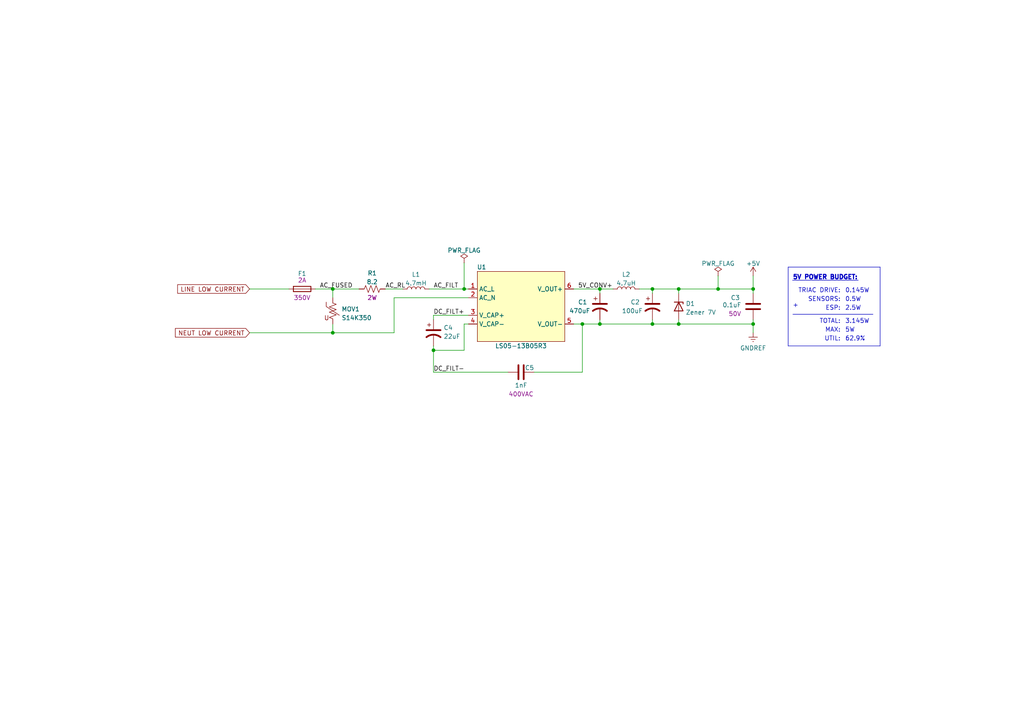
<source format=kicad_sch>
(kicad_sch (version 20211123) (generator eeschema)

  (uuid 9e12aa45-f15b-4c29-be3e-fcc92d0c89a6)

  (paper "A4")

  (title_block
    (title "Pool Pump Controller")
    (date "3/9/2022")
    (rev "1.0")
    (company "Jedd Electrical and Digital Designs")
  )

  (lib_symbols
    (symbol "Device:C" (pin_numbers hide) (pin_names (offset 0.254)) (in_bom yes) (on_board yes)
      (property "Reference" "C" (id 0) (at 0.635 2.54 0)
        (effects (font (size 1.27 1.27)) (justify left))
      )
      (property "Value" "C" (id 1) (at 0.635 -2.54 0)
        (effects (font (size 1.27 1.27)) (justify left))
      )
      (property "Footprint" "" (id 2) (at 0.9652 -3.81 0)
        (effects (font (size 1.27 1.27)) hide)
      )
      (property "Datasheet" "~" (id 3) (at 0 0 0)
        (effects (font (size 1.27 1.27)) hide)
      )
      (property "ki_keywords" "cap capacitor" (id 4) (at 0 0 0)
        (effects (font (size 1.27 1.27)) hide)
      )
      (property "ki_description" "Unpolarized capacitor" (id 5) (at 0 0 0)
        (effects (font (size 1.27 1.27)) hide)
      )
      (property "ki_fp_filters" "C_*" (id 6) (at 0 0 0)
        (effects (font (size 1.27 1.27)) hide)
      )
      (symbol "C_0_1"
        (polyline
          (pts
            (xy -2.032 -0.762)
            (xy 2.032 -0.762)
          )
          (stroke (width 0.508) (type default) (color 0 0 0 0))
          (fill (type none))
        )
        (polyline
          (pts
            (xy -2.032 0.762)
            (xy 2.032 0.762)
          )
          (stroke (width 0.508) (type default) (color 0 0 0 0))
          (fill (type none))
        )
      )
      (symbol "C_1_1"
        (pin passive line (at 0 3.81 270) (length 2.794)
          (name "~" (effects (font (size 1.27 1.27))))
          (number "1" (effects (font (size 1.27 1.27))))
        )
        (pin passive line (at 0 -3.81 90) (length 2.794)
          (name "~" (effects (font (size 1.27 1.27))))
          (number "2" (effects (font (size 1.27 1.27))))
        )
      )
    )
    (symbol "Device:C_Polarized_US" (pin_numbers hide) (pin_names (offset 0.254) hide) (in_bom yes) (on_board yes)
      (property "Reference" "C" (id 0) (at 0.635 2.54 0)
        (effects (font (size 1.27 1.27)) (justify left))
      )
      (property "Value" "C_Polarized_US" (id 1) (at 0.635 -2.54 0)
        (effects (font (size 1.27 1.27)) (justify left))
      )
      (property "Footprint" "" (id 2) (at 0 0 0)
        (effects (font (size 1.27 1.27)) hide)
      )
      (property "Datasheet" "~" (id 3) (at 0 0 0)
        (effects (font (size 1.27 1.27)) hide)
      )
      (property "ki_keywords" "cap capacitor" (id 4) (at 0 0 0)
        (effects (font (size 1.27 1.27)) hide)
      )
      (property "ki_description" "Polarized capacitor, US symbol" (id 5) (at 0 0 0)
        (effects (font (size 1.27 1.27)) hide)
      )
      (property "ki_fp_filters" "CP_*" (id 6) (at 0 0 0)
        (effects (font (size 1.27 1.27)) hide)
      )
      (symbol "C_Polarized_US_0_1"
        (polyline
          (pts
            (xy -2.032 0.762)
            (xy 2.032 0.762)
          )
          (stroke (width 0.508) (type default) (color 0 0 0 0))
          (fill (type none))
        )
        (polyline
          (pts
            (xy -1.778 2.286)
            (xy -0.762 2.286)
          )
          (stroke (width 0) (type default) (color 0 0 0 0))
          (fill (type none))
        )
        (polyline
          (pts
            (xy -1.27 1.778)
            (xy -1.27 2.794)
          )
          (stroke (width 0) (type default) (color 0 0 0 0))
          (fill (type none))
        )
        (arc (start 2.032 -1.27) (mid 0 -0.5572) (end -2.032 -1.27)
          (stroke (width 0.508) (type default) (color 0 0 0 0))
          (fill (type none))
        )
      )
      (symbol "C_Polarized_US_1_1"
        (pin passive line (at 0 3.81 270) (length 2.794)
          (name "~" (effects (font (size 1.27 1.27))))
          (number "1" (effects (font (size 1.27 1.27))))
        )
        (pin passive line (at 0 -3.81 90) (length 3.302)
          (name "~" (effects (font (size 1.27 1.27))))
          (number "2" (effects (font (size 1.27 1.27))))
        )
      )
    )
    (symbol "Device:D_Zener" (pin_numbers hide) (pin_names (offset 1.016) hide) (in_bom yes) (on_board yes)
      (property "Reference" "D" (id 0) (at 0 2.54 0)
        (effects (font (size 1.27 1.27)))
      )
      (property "Value" "D_Zener" (id 1) (at 0 -2.54 0)
        (effects (font (size 1.27 1.27)))
      )
      (property "Footprint" "" (id 2) (at 0 0 0)
        (effects (font (size 1.27 1.27)) hide)
      )
      (property "Datasheet" "~" (id 3) (at 0 0 0)
        (effects (font (size 1.27 1.27)) hide)
      )
      (property "ki_keywords" "diode" (id 4) (at 0 0 0)
        (effects (font (size 1.27 1.27)) hide)
      )
      (property "ki_description" "Zener diode" (id 5) (at 0 0 0)
        (effects (font (size 1.27 1.27)) hide)
      )
      (property "ki_fp_filters" "TO-???* *_Diode_* *SingleDiode* D_*" (id 6) (at 0 0 0)
        (effects (font (size 1.27 1.27)) hide)
      )
      (symbol "D_Zener_0_1"
        (polyline
          (pts
            (xy 1.27 0)
            (xy -1.27 0)
          )
          (stroke (width 0) (type default) (color 0 0 0 0))
          (fill (type none))
        )
        (polyline
          (pts
            (xy -1.27 -1.27)
            (xy -1.27 1.27)
            (xy -0.762 1.27)
          )
          (stroke (width 0.254) (type default) (color 0 0 0 0))
          (fill (type none))
        )
        (polyline
          (pts
            (xy 1.27 -1.27)
            (xy 1.27 1.27)
            (xy -1.27 0)
            (xy 1.27 -1.27)
          )
          (stroke (width 0.254) (type default) (color 0 0 0 0))
          (fill (type none))
        )
      )
      (symbol "D_Zener_1_1"
        (pin passive line (at -3.81 0 0) (length 2.54)
          (name "K" (effects (font (size 1.27 1.27))))
          (number "1" (effects (font (size 1.27 1.27))))
        )
        (pin passive line (at 3.81 0 180) (length 2.54)
          (name "A" (effects (font (size 1.27 1.27))))
          (number "2" (effects (font (size 1.27 1.27))))
        )
      )
    )
    (symbol "Device:Fuse" (pin_numbers hide) (pin_names (offset 0)) (in_bom yes) (on_board yes)
      (property "Reference" "F" (id 0) (at 2.032 0 90)
        (effects (font (size 1.27 1.27)))
      )
      (property "Value" "Fuse" (id 1) (at -1.905 0 90)
        (effects (font (size 1.27 1.27)))
      )
      (property "Footprint" "" (id 2) (at -1.778 0 90)
        (effects (font (size 1.27 1.27)) hide)
      )
      (property "Datasheet" "~" (id 3) (at 0 0 0)
        (effects (font (size 1.27 1.27)) hide)
      )
      (property "ki_keywords" "fuse" (id 4) (at 0 0 0)
        (effects (font (size 1.27 1.27)) hide)
      )
      (property "ki_description" "Fuse" (id 5) (at 0 0 0)
        (effects (font (size 1.27 1.27)) hide)
      )
      (property "ki_fp_filters" "*Fuse*" (id 6) (at 0 0 0)
        (effects (font (size 1.27 1.27)) hide)
      )
      (symbol "Fuse_0_1"
        (rectangle (start -0.762 -2.54) (end 0.762 2.54)
          (stroke (width 0.254) (type default) (color 0 0 0 0))
          (fill (type none))
        )
        (polyline
          (pts
            (xy 0 2.54)
            (xy 0 -2.54)
          )
          (stroke (width 0) (type default) (color 0 0 0 0))
          (fill (type none))
        )
      )
      (symbol "Fuse_1_1"
        (pin passive line (at 0 3.81 270) (length 1.27)
          (name "~" (effects (font (size 1.27 1.27))))
          (number "1" (effects (font (size 1.27 1.27))))
        )
        (pin passive line (at 0 -3.81 90) (length 1.27)
          (name "~" (effects (font (size 1.27 1.27))))
          (number "2" (effects (font (size 1.27 1.27))))
        )
      )
    )
    (symbol "Device:L" (pin_numbers hide) (pin_names (offset 1.016) hide) (in_bom yes) (on_board yes)
      (property "Reference" "L" (id 0) (at -1.27 0 90)
        (effects (font (size 1.27 1.27)))
      )
      (property "Value" "L" (id 1) (at 1.905 0 90)
        (effects (font (size 1.27 1.27)))
      )
      (property "Footprint" "" (id 2) (at 0 0 0)
        (effects (font (size 1.27 1.27)) hide)
      )
      (property "Datasheet" "~" (id 3) (at 0 0 0)
        (effects (font (size 1.27 1.27)) hide)
      )
      (property "ki_keywords" "inductor choke coil reactor magnetic" (id 4) (at 0 0 0)
        (effects (font (size 1.27 1.27)) hide)
      )
      (property "ki_description" "Inductor" (id 5) (at 0 0 0)
        (effects (font (size 1.27 1.27)) hide)
      )
      (property "ki_fp_filters" "Choke_* *Coil* Inductor_* L_*" (id 6) (at 0 0 0)
        (effects (font (size 1.27 1.27)) hide)
      )
      (symbol "L_0_1"
        (arc (start 0 -2.54) (mid 0.635 -1.905) (end 0 -1.27)
          (stroke (width 0) (type default) (color 0 0 0 0))
          (fill (type none))
        )
        (arc (start 0 -1.27) (mid 0.635 -0.635) (end 0 0)
          (stroke (width 0) (type default) (color 0 0 0 0))
          (fill (type none))
        )
        (arc (start 0 0) (mid 0.635 0.635) (end 0 1.27)
          (stroke (width 0) (type default) (color 0 0 0 0))
          (fill (type none))
        )
        (arc (start 0 1.27) (mid 0.635 1.905) (end 0 2.54)
          (stroke (width 0) (type default) (color 0 0 0 0))
          (fill (type none))
        )
      )
      (symbol "L_1_1"
        (pin passive line (at 0 3.81 270) (length 1.27)
          (name "1" (effects (font (size 1.27 1.27))))
          (number "1" (effects (font (size 1.27 1.27))))
        )
        (pin passive line (at 0 -3.81 90) (length 1.27)
          (name "2" (effects (font (size 1.27 1.27))))
          (number "2" (effects (font (size 1.27 1.27))))
        )
      )
    )
    (symbol "Device:R_US" (pin_numbers hide) (pin_names (offset 0)) (in_bom yes) (on_board yes)
      (property "Reference" "R" (id 0) (at 2.54 0 90)
        (effects (font (size 1.27 1.27)))
      )
      (property "Value" "R_US" (id 1) (at -2.54 0 90)
        (effects (font (size 1.27 1.27)))
      )
      (property "Footprint" "" (id 2) (at 1.016 -0.254 90)
        (effects (font (size 1.27 1.27)) hide)
      )
      (property "Datasheet" "~" (id 3) (at 0 0 0)
        (effects (font (size 1.27 1.27)) hide)
      )
      (property "ki_keywords" "R res resistor" (id 4) (at 0 0 0)
        (effects (font (size 1.27 1.27)) hide)
      )
      (property "ki_description" "Resistor, US symbol" (id 5) (at 0 0 0)
        (effects (font (size 1.27 1.27)) hide)
      )
      (property "ki_fp_filters" "R_*" (id 6) (at 0 0 0)
        (effects (font (size 1.27 1.27)) hide)
      )
      (symbol "R_US_0_1"
        (polyline
          (pts
            (xy 0 -2.286)
            (xy 0 -2.54)
          )
          (stroke (width 0) (type default) (color 0 0 0 0))
          (fill (type none))
        )
        (polyline
          (pts
            (xy 0 2.286)
            (xy 0 2.54)
          )
          (stroke (width 0) (type default) (color 0 0 0 0))
          (fill (type none))
        )
        (polyline
          (pts
            (xy 0 -0.762)
            (xy 1.016 -1.143)
            (xy 0 -1.524)
            (xy -1.016 -1.905)
            (xy 0 -2.286)
          )
          (stroke (width 0) (type default) (color 0 0 0 0))
          (fill (type none))
        )
        (polyline
          (pts
            (xy 0 0.762)
            (xy 1.016 0.381)
            (xy 0 0)
            (xy -1.016 -0.381)
            (xy 0 -0.762)
          )
          (stroke (width 0) (type default) (color 0 0 0 0))
          (fill (type none))
        )
        (polyline
          (pts
            (xy 0 2.286)
            (xy 1.016 1.905)
            (xy 0 1.524)
            (xy -1.016 1.143)
            (xy 0 0.762)
          )
          (stroke (width 0) (type default) (color 0 0 0 0))
          (fill (type none))
        )
      )
      (symbol "R_US_1_1"
        (pin passive line (at 0 3.81 270) (length 1.27)
          (name "~" (effects (font (size 1.27 1.27))))
          (number "1" (effects (font (size 1.27 1.27))))
        )
        (pin passive line (at 0 -3.81 90) (length 1.27)
          (name "~" (effects (font (size 1.27 1.27))))
          (number "2" (effects (font (size 1.27 1.27))))
        )
      )
    )
    (symbol "Device:Varistor_US" (pin_numbers hide) (pin_names (offset 0)) (in_bom yes) (on_board yes)
      (property "Reference" "RV" (id 0) (at 3.175 0 90)
        (effects (font (size 1.27 1.27)))
      )
      (property "Value" "Varistor_US" (id 1) (at -3.175 0 90)
        (effects (font (size 1.27 1.27)))
      )
      (property "Footprint" "" (id 2) (at -1.778 0 90)
        (effects (font (size 1.27 1.27)) hide)
      )
      (property "Datasheet" "~" (id 3) (at 0 0 0)
        (effects (font (size 1.27 1.27)) hide)
      )
      (property "ki_keywords" "VDR resistance" (id 4) (at 0 0 0)
        (effects (font (size 1.27 1.27)) hide)
      )
      (property "ki_description" "Voltage dependent resistor, US symbol" (id 5) (at 0 0 0)
        (effects (font (size 1.27 1.27)) hide)
      )
      (property "ki_fp_filters" "RV_* Varistor*" (id 6) (at 0 0 0)
        (effects (font (size 1.27 1.27)) hide)
      )
      (symbol "Varistor_US_0_0"
        (text "U" (at -1.778 -2.032 0)
          (effects (font (size 1.27 1.27)))
        )
      )
      (symbol "Varistor_US_0_1"
        (polyline
          (pts
            (xy 0 -2.286)
            (xy 0 -2.54)
          )
          (stroke (width 0) (type default) (color 0 0 0 0))
          (fill (type none))
        )
        (polyline
          (pts
            (xy 0 2.286)
            (xy 0 2.54)
          )
          (stroke (width 0) (type default) (color 0 0 0 0))
          (fill (type none))
        )
        (polyline
          (pts
            (xy -1.905 2.54)
            (xy -1.905 1.27)
            (xy 1.905 -1.27)
          )
          (stroke (width 0) (type default) (color 0 0 0 0))
          (fill (type none))
        )
        (polyline
          (pts
            (xy 0 -0.762)
            (xy 1.016 -1.143)
            (xy 0 -1.524)
            (xy -1.016 -1.905)
            (xy 0 -2.286)
          )
          (stroke (width 0) (type default) (color 0 0 0 0))
          (fill (type none))
        )
        (polyline
          (pts
            (xy 0 0.762)
            (xy 1.016 0.381)
            (xy 0 0)
            (xy -1.016 -0.381)
            (xy 0 -0.762)
          )
          (stroke (width 0) (type default) (color 0 0 0 0))
          (fill (type none))
        )
        (polyline
          (pts
            (xy 0 2.286)
            (xy 1.016 1.905)
            (xy 0 1.524)
            (xy -1.016 1.143)
            (xy 0 0.762)
          )
          (stroke (width 0) (type default) (color 0 0 0 0))
          (fill (type none))
        )
      )
      (symbol "Varistor_US_1_1"
        (pin passive line (at 0 3.81 270) (length 1.27)
          (name "~" (effects (font (size 1.27 1.27))))
          (number "1" (effects (font (size 1.27 1.27))))
        )
        (pin passive line (at 0 -3.81 90) (length 1.27)
          (name "~" (effects (font (size 1.27 1.27))))
          (number "2" (effects (font (size 1.27 1.27))))
        )
      )
    )
    (symbol "JEDD-symbols:LS05-13B05R3" (in_bom yes) (on_board yes)
      (property "Reference" "U" (id 0) (at -12.7 11.43 0)
        (effects (font (size 1.27 1.27)) (justify left))
      )
      (property "Value" "LS05-13B05R3" (id 1) (at 0 -11.43 0)
        (effects (font (size 1.27 1.27)))
      )
      (property "Footprint" "" (id 2) (at -12.7 10.16 0)
        (effects (font (size 1.27 1.27)) hide)
      )
      (property "Datasheet" "https://www.mornsun-power.com/html/pdf/LS05-13B05R3.html" (id 3) (at 0 -22.86 0)
        (effects (font (size 1.27 1.27)) hide)
      )
      (property "Digikey PN" "2725-LS05-13B05R3-ND" (id 4) (at 0 -25.4 0)
        (effects (font (size 1.27 1.27)) hide)
      )
      (symbol "LS05-13B05R3_0_0"
        (pin power_in line (at -15.24 5.08 0) (length 2.54)
          (name "AC_L" (effects (font (size 1.27 1.27))))
          (number "1" (effects (font (size 1.27 1.27))))
        )
        (pin power_in line (at -15.24 2.54 0) (length 2.54)
          (name "AC_N" (effects (font (size 1.27 1.27))))
          (number "2" (effects (font (size 1.27 1.27))))
        )
        (pin passive line (at -15.24 -2.54 0) (length 2.54)
          (name "V_CAP+" (effects (font (size 1.27 1.27))))
          (number "3" (effects (font (size 1.27 1.27))))
        )
        (pin passive line (at -15.24 -5.08 0) (length 2.54)
          (name "V_CAP-" (effects (font (size 1.27 1.27))))
          (number "4" (effects (font (size 1.27 1.27))))
        )
        (pin power_out line (at 15.24 -5.08 180) (length 2.54)
          (name "V_OUT-" (effects (font (size 1.27 1.27))))
          (number "5" (effects (font (size 1.27 1.27))))
        )
        (pin power_out line (at 15.24 5.08 180) (length 2.54)
          (name "V_OUT+" (effects (font (size 1.27 1.27))))
          (number "6" (effects (font (size 1.27 1.27))))
        )
      )
      (symbol "LS05-13B05R3_0_1"
        (rectangle (start -12.7 10.16) (end 12.7 -10.16)
          (stroke (width 0.1524) (type default) (color 0 0 0 0))
          (fill (type background))
        )
      )
    )
    (symbol "power:+5V" (power) (pin_names (offset 0)) (in_bom yes) (on_board yes)
      (property "Reference" "#PWR" (id 0) (at 0 -3.81 0)
        (effects (font (size 1.27 1.27)) hide)
      )
      (property "Value" "+5V" (id 1) (at 0 3.556 0)
        (effects (font (size 1.27 1.27)))
      )
      (property "Footprint" "" (id 2) (at 0 0 0)
        (effects (font (size 1.27 1.27)) hide)
      )
      (property "Datasheet" "" (id 3) (at 0 0 0)
        (effects (font (size 1.27 1.27)) hide)
      )
      (property "ki_keywords" "power-flag" (id 4) (at 0 0 0)
        (effects (font (size 1.27 1.27)) hide)
      )
      (property "ki_description" "Power symbol creates a global label with name \"+5V\"" (id 5) (at 0 0 0)
        (effects (font (size 1.27 1.27)) hide)
      )
      (symbol "+5V_0_1"
        (polyline
          (pts
            (xy -0.762 1.27)
            (xy 0 2.54)
          )
          (stroke (width 0) (type default) (color 0 0 0 0))
          (fill (type none))
        )
        (polyline
          (pts
            (xy 0 0)
            (xy 0 2.54)
          )
          (stroke (width 0) (type default) (color 0 0 0 0))
          (fill (type none))
        )
        (polyline
          (pts
            (xy 0 2.54)
            (xy 0.762 1.27)
          )
          (stroke (width 0) (type default) (color 0 0 0 0))
          (fill (type none))
        )
      )
      (symbol "+5V_1_1"
        (pin power_in line (at 0 0 90) (length 0) hide
          (name "+5V" (effects (font (size 1.27 1.27))))
          (number "1" (effects (font (size 1.27 1.27))))
        )
      )
    )
    (symbol "power:GNDREF" (power) (pin_names (offset 0)) (in_bom yes) (on_board yes)
      (property "Reference" "#PWR" (id 0) (at 0 -6.35 0)
        (effects (font (size 1.27 1.27)) hide)
      )
      (property "Value" "GNDREF" (id 1) (at 0 -3.81 0)
        (effects (font (size 1.27 1.27)))
      )
      (property "Footprint" "" (id 2) (at 0 0 0)
        (effects (font (size 1.27 1.27)) hide)
      )
      (property "Datasheet" "" (id 3) (at 0 0 0)
        (effects (font (size 1.27 1.27)) hide)
      )
      (property "ki_keywords" "power-flag" (id 4) (at 0 0 0)
        (effects (font (size 1.27 1.27)) hide)
      )
      (property "ki_description" "Power symbol creates a global label with name \"GNDREF\" , reference supply ground" (id 5) (at 0 0 0)
        (effects (font (size 1.27 1.27)) hide)
      )
      (symbol "GNDREF_0_1"
        (polyline
          (pts
            (xy -0.635 -1.905)
            (xy 0.635 -1.905)
          )
          (stroke (width 0) (type default) (color 0 0 0 0))
          (fill (type none))
        )
        (polyline
          (pts
            (xy -0.127 -2.54)
            (xy 0.127 -2.54)
          )
          (stroke (width 0) (type default) (color 0 0 0 0))
          (fill (type none))
        )
        (polyline
          (pts
            (xy 0 -1.27)
            (xy 0 0)
          )
          (stroke (width 0) (type default) (color 0 0 0 0))
          (fill (type none))
        )
        (polyline
          (pts
            (xy 1.27 -1.27)
            (xy -1.27 -1.27)
          )
          (stroke (width 0) (type default) (color 0 0 0 0))
          (fill (type none))
        )
      )
      (symbol "GNDREF_1_1"
        (pin power_in line (at 0 0 270) (length 0) hide
          (name "GNDREF" (effects (font (size 1.27 1.27))))
          (number "1" (effects (font (size 1.27 1.27))))
        )
      )
    )
    (symbol "power:PWR_FLAG" (power) (pin_numbers hide) (pin_names (offset 0) hide) (in_bom yes) (on_board yes)
      (property "Reference" "#FLG" (id 0) (at 0 1.905 0)
        (effects (font (size 1.27 1.27)) hide)
      )
      (property "Value" "PWR_FLAG" (id 1) (at 0 3.81 0)
        (effects (font (size 1.27 1.27)))
      )
      (property "Footprint" "" (id 2) (at 0 0 0)
        (effects (font (size 1.27 1.27)) hide)
      )
      (property "Datasheet" "~" (id 3) (at 0 0 0)
        (effects (font (size 1.27 1.27)) hide)
      )
      (property "ki_keywords" "power-flag" (id 4) (at 0 0 0)
        (effects (font (size 1.27 1.27)) hide)
      )
      (property "ki_description" "Special symbol for telling ERC where power comes from" (id 5) (at 0 0 0)
        (effects (font (size 1.27 1.27)) hide)
      )
      (symbol "PWR_FLAG_0_0"
        (pin power_out line (at 0 0 90) (length 0)
          (name "pwr" (effects (font (size 1.27 1.27))))
          (number "1" (effects (font (size 1.27 1.27))))
        )
      )
      (symbol "PWR_FLAG_0_1"
        (polyline
          (pts
            (xy 0 0)
            (xy 0 1.27)
            (xy -1.016 1.905)
            (xy 0 2.54)
            (xy 1.016 1.905)
            (xy 0 1.27)
          )
          (stroke (width 0) (type default) (color 0 0 0 0))
          (fill (type none))
        )
      )
    )
  )

  (junction (at 189.23 83.82) (diameter 0) (color 0 0 0 0)
    (uuid 1917a6be-9e31-4665-8443-5cf4b75bf61c)
  )
  (junction (at 189.23 93.98) (diameter 0) (color 0 0 0 0)
    (uuid 49907ab9-0e59-4f2c-9360-a9bd477707dd)
  )
  (junction (at 134.62 83.82) (diameter 0) (color 0 0 0 0)
    (uuid 51381c48-31e5-460c-9de5-589cef293eed)
  )
  (junction (at 173.99 93.98) (diameter 0) (color 0 0 0 0)
    (uuid 646050bd-113a-4b31-a2ad-dd783ae4911e)
  )
  (junction (at 196.85 93.98) (diameter 0) (color 0 0 0 0)
    (uuid 71fa30cb-2c2b-41d0-8088-68b6d86c81e8)
  )
  (junction (at 196.85 83.82) (diameter 0) (color 0 0 0 0)
    (uuid 798b81ac-02f5-4fb3-8372-f9b9c7882a4a)
  )
  (junction (at 173.99 83.82) (diameter 0) (color 0 0 0 0)
    (uuid 7c42cc2f-b2ad-4ca6-a53b-c0c4bebfc94e)
  )
  (junction (at 125.73 101.6) (diameter 0) (color 0 0 0 0)
    (uuid c0962747-4488-4b83-ad79-7325c92ad34b)
  )
  (junction (at 218.44 83.82) (diameter 0) (color 0 0 0 0)
    (uuid c76e66e1-2a7d-4590-991c-5ff496a33c12)
  )
  (junction (at 96.52 96.52) (diameter 0) (color 0 0 0 0)
    (uuid d4e58911-9ef0-4855-bb10-bf00f0c3ae7f)
  )
  (junction (at 96.52 83.82) (diameter 0) (color 0 0 0 0)
    (uuid dffff51e-5062-4adc-86a4-52b9cfe1b89d)
  )
  (junction (at 208.28 83.82) (diameter 0) (color 0 0 0 0)
    (uuid ec100d1b-9f32-4386-9945-828a96d460cb)
  )
  (junction (at 218.44 93.98) (diameter 0) (color 0 0 0 0)
    (uuid fef7289c-b9ea-45a6-9986-0b3a66de5798)
  )
  (junction (at 168.91 93.98) (diameter 0) (color 0 0 0 0)
    (uuid ffc6de7e-8dd3-4b5c-8af4-6759187bc532)
  )

  (wire (pts (xy 218.44 93.98) (xy 218.44 96.52))
    (stroke (width 0) (type default) (color 0 0 0 0))
    (uuid 00bf2b40-cce0-4627-af41-dfc9a164af5c)
  )
  (wire (pts (xy 189.23 93.98) (xy 196.85 93.98))
    (stroke (width 0) (type default) (color 0 0 0 0))
    (uuid 0d358abb-029c-41d7-a924-7cff55f1b5ce)
  )
  (wire (pts (xy 125.73 101.6) (xy 125.73 107.95))
    (stroke (width 0) (type default) (color 0 0 0 0))
    (uuid 181c7584-ae32-422d-87fd-661f54103fc3)
  )
  (wire (pts (xy 154.94 107.95) (xy 168.91 107.95))
    (stroke (width 0) (type default) (color 0 0 0 0))
    (uuid 1847b30f-42b0-4c2b-b98a-751f417628ba)
  )
  (wire (pts (xy 125.73 91.44) (xy 125.73 92.71))
    (stroke (width 0) (type default) (color 0 0 0 0))
    (uuid 1919b9d4-4b49-4acf-8e8d-22c25c591ab3)
  )
  (wire (pts (xy 218.44 83.82) (xy 218.44 85.09))
    (stroke (width 0) (type default) (color 0 0 0 0))
    (uuid 19bba2e3-e8a1-480a-aa4c-4857db299e87)
  )
  (wire (pts (xy 72.39 83.82) (xy 83.82 83.82))
    (stroke (width 0) (type default) (color 0 0 0 0))
    (uuid 1efd24b5-a5a1-4385-b6f9-bd7314688dec)
  )
  (wire (pts (xy 134.62 93.98) (xy 134.62 101.6))
    (stroke (width 0) (type default) (color 0 0 0 0))
    (uuid 21eb87c0-263a-477d-927d-4234b09a9056)
  )
  (wire (pts (xy 96.52 83.82) (xy 104.14 83.82))
    (stroke (width 0) (type default) (color 0 0 0 0))
    (uuid 24028a0d-bde5-4ffe-9f08-a32fd022b30d)
  )
  (wire (pts (xy 125.73 107.95) (xy 147.32 107.95))
    (stroke (width 0) (type default) (color 0 0 0 0))
    (uuid 2773f2b0-fcc8-448a-91f4-863282364a3f)
  )
  (wire (pts (xy 114.3 86.36) (xy 114.3 96.52))
    (stroke (width 0) (type default) (color 0 0 0 0))
    (uuid 2a0ecad2-88fd-48ea-bb9c-d9f72ba178df)
  )
  (wire (pts (xy 124.46 83.82) (xy 134.62 83.82))
    (stroke (width 0) (type default) (color 0 0 0 0))
    (uuid 2a405481-a037-4997-a8ea-20a0aaca4782)
  )
  (wire (pts (xy 135.89 86.36) (xy 114.3 86.36))
    (stroke (width 0) (type default) (color 0 0 0 0))
    (uuid 2e0a1f5e-3226-4e1f-9ba1-8e5fa56a47ff)
  )
  (wire (pts (xy 135.89 93.98) (xy 134.62 93.98))
    (stroke (width 0) (type default) (color 0 0 0 0))
    (uuid 2f2c212f-11ff-425e-96c6-ab898f48c347)
  )
  (wire (pts (xy 168.91 107.95) (xy 168.91 93.98))
    (stroke (width 0) (type default) (color 0 0 0 0))
    (uuid 319633ac-15d8-4996-8625-64d7feac1c4a)
  )
  (wire (pts (xy 173.99 93.98) (xy 189.23 93.98))
    (stroke (width 0) (type default) (color 0 0 0 0))
    (uuid 377609d9-fe68-48b0-a5b9-2f2e1acc5b2a)
  )
  (polyline (pts (xy 255.27 100.33) (xy 255.27 77.47))
    (stroke (width 0) (type solid) (color 0 0 0 0))
    (uuid 38c23d8d-de6c-461d-8924-4c05bd422f1b)
  )

  (wire (pts (xy 114.3 96.52) (xy 96.52 96.52))
    (stroke (width 0) (type default) (color 0 0 0 0))
    (uuid 43cc8f52-5346-4583-a50b-42ab545bd302)
  )
  (wire (pts (xy 125.73 100.33) (xy 125.73 101.6))
    (stroke (width 0) (type default) (color 0 0 0 0))
    (uuid 44f4df2a-de4b-4b81-ad10-b3b85e94ea76)
  )
  (wire (pts (xy 173.99 83.82) (xy 173.99 85.09))
    (stroke (width 0) (type default) (color 0 0 0 0))
    (uuid 46aa9dc6-16d5-44c0-b859-fdd4ca92b59f)
  )
  (wire (pts (xy 96.52 93.98) (xy 96.52 96.52))
    (stroke (width 0) (type default) (color 0 0 0 0))
    (uuid 5068ffea-401d-480b-be7d-45dcc507ba42)
  )
  (wire (pts (xy 196.85 92.71) (xy 196.85 93.98))
    (stroke (width 0) (type default) (color 0 0 0 0))
    (uuid 5127211b-8048-44d7-8647-ca9ce0ffc102)
  )
  (wire (pts (xy 196.85 83.82) (xy 208.28 83.82))
    (stroke (width 0) (type default) (color 0 0 0 0))
    (uuid 5a0f8cc1-aa2d-475e-9ea3-90a3f0010e24)
  )
  (wire (pts (xy 111.76 83.82) (xy 116.84 83.82))
    (stroke (width 0) (type default) (color 0 0 0 0))
    (uuid 66ab6a03-f8d2-48d6-ba65-2e0d88a8283e)
  )
  (wire (pts (xy 189.23 92.71) (xy 189.23 93.98))
    (stroke (width 0) (type default) (color 0 0 0 0))
    (uuid 68af23fe-54c5-4e85-bc40-36609b901432)
  )
  (wire (pts (xy 173.99 92.71) (xy 173.99 93.98))
    (stroke (width 0) (type default) (color 0 0 0 0))
    (uuid 756380f8-92f7-4d12-8d31-faa2c80f145c)
  )
  (wire (pts (xy 91.44 83.82) (xy 96.52 83.82))
    (stroke (width 0) (type default) (color 0 0 0 0))
    (uuid 7acaed80-3f24-4f58-9b39-916e67c41a80)
  )
  (wire (pts (xy 168.91 93.98) (xy 166.37 93.98))
    (stroke (width 0) (type default) (color 0 0 0 0))
    (uuid 8b09e1c3-6d6a-487b-9b23-2b83ce09b841)
  )
  (polyline (pts (xy 228.6 77.47) (xy 228.6 100.33))
    (stroke (width 0) (type solid) (color 0 0 0 0))
    (uuid 8c1799c1-59fd-4379-bcb3-1dfd4ef35da4)
  )
  (polyline (pts (xy 229.87 81.28) (xy 248.92 81.28))
    (stroke (width 0) (type solid) (color 0 0 0 0))
    (uuid 8f0013c5-dcd3-4a09-a6ad-fb5f8b57af21)
  )

  (wire (pts (xy 185.42 83.82) (xy 189.23 83.82))
    (stroke (width 0) (type default) (color 0 0 0 0))
    (uuid 8f3c86a0-43c0-412c-91d1-59095650a29c)
  )
  (polyline (pts (xy 228.6 77.47) (xy 255.27 77.47))
    (stroke (width 0) (type solid) (color 0 0 0 0))
    (uuid 91c3b913-700f-4d20-9db0-b16ae72ce8a4)
  )

  (wire (pts (xy 208.28 83.82) (xy 218.44 83.82))
    (stroke (width 0) (type default) (color 0 0 0 0))
    (uuid 98fb6b15-e429-4c9d-ad7a-a6341c5b9f8e)
  )
  (wire (pts (xy 189.23 83.82) (xy 189.23 85.09))
    (stroke (width 0) (type default) (color 0 0 0 0))
    (uuid 99648863-a54a-4994-8345-3750ce27377d)
  )
  (wire (pts (xy 135.89 91.44) (xy 125.73 91.44))
    (stroke (width 0) (type default) (color 0 0 0 0))
    (uuid a7d29f5b-3470-42c2-ba98-7123f6a4f28b)
  )
  (wire (pts (xy 166.37 83.82) (xy 173.99 83.82))
    (stroke (width 0) (type default) (color 0 0 0 0))
    (uuid ab66ce45-04a5-4952-90a8-0964689df578)
  )
  (wire (pts (xy 196.85 93.98) (xy 218.44 93.98))
    (stroke (width 0) (type default) (color 0 0 0 0))
    (uuid c011150f-8d0a-4e6f-889b-0f6ef946e4ba)
  )
  (wire (pts (xy 208.28 80.01) (xy 208.28 83.82))
    (stroke (width 0) (type default) (color 0 0 0 0))
    (uuid c5a480f0-02cb-4717-b17b-7f445906f86b)
  )
  (wire (pts (xy 134.62 83.82) (xy 135.89 83.82))
    (stroke (width 0) (type default) (color 0 0 0 0))
    (uuid c89f594b-7380-4514-bda2-0fa0884b729d)
  )
  (wire (pts (xy 218.44 92.71) (xy 218.44 93.98))
    (stroke (width 0) (type default) (color 0 0 0 0))
    (uuid cd5be053-ff61-4b99-abcc-9197a4bb27ec)
  )
  (wire (pts (xy 173.99 83.82) (xy 177.8 83.82))
    (stroke (width 0) (type default) (color 0 0 0 0))
    (uuid ceb6b275-43a4-4b1b-b266-f5d536b435f2)
  )
  (wire (pts (xy 134.62 101.6) (xy 125.73 101.6))
    (stroke (width 0) (type default) (color 0 0 0 0))
    (uuid d2decc7b-65ba-46c8-9dc5-cbdbe11606ed)
  )
  (wire (pts (xy 168.91 93.98) (xy 173.99 93.98))
    (stroke (width 0) (type default) (color 0 0 0 0))
    (uuid d41903d7-5926-41e5-afa9-9a10f2ec32f3)
  )
  (wire (pts (xy 218.44 80.01) (xy 218.44 83.82))
    (stroke (width 0) (type default) (color 0 0 0 0))
    (uuid dc0fd2ef-eb09-494d-8a0d-65c9289f17b6)
  )
  (polyline (pts (xy 228.6 100.33) (xy 255.27 100.33))
    (stroke (width 0) (type solid) (color 0 0 0 0))
    (uuid e82c3511-f2fb-4c20-893b-d72e7caa01d6)
  )

  (wire (pts (xy 134.62 76.2) (xy 134.62 83.82))
    (stroke (width 0) (type default) (color 0 0 0 0))
    (uuid e8be4abe-18ba-4a76-bc91-7e72c2c5a9df)
  )
  (wire (pts (xy 196.85 83.82) (xy 196.85 85.09))
    (stroke (width 0) (type default) (color 0 0 0 0))
    (uuid f8342c07-068d-41a4-bf91-3882020137d0)
  )
  (wire (pts (xy 72.39 96.52) (xy 96.52 96.52))
    (stroke (width 0) (type default) (color 0 0 0 0))
    (uuid f9e2fcc0-f1e0-4186-875c-4772f7756ec4)
  )
  (wire (pts (xy 189.23 83.82) (xy 196.85 83.82))
    (stroke (width 0) (type default) (color 0 0 0 0))
    (uuid ff2dc57a-c034-417c-8501-01a593a4ee9b)
  )
  (wire (pts (xy 96.52 83.82) (xy 96.52 86.36))
    (stroke (width 0) (type default) (color 0 0 0 0))
    (uuid ff7802e8-5d76-45b2-8a91-1284403dd06d)
  )

  (text "SENSORS:" (at 243.84 87.63 180)
    (effects (font (size 1.27 1.27)) (justify right bottom))
    (uuid 36bb3962-e584-4e99-a2e2-3f3bec747a8b)
  )
  (text "ESP:" (at 243.84 90.17 180)
    (effects (font (size 1.27 1.27)) (justify right bottom))
    (uuid 57b42b1a-ad66-4de1-9432-627ea090dadd)
  )
  (text "UTIL:" (at 243.84 99.06 180)
    (effects (font (size 1.27 1.27)) (justify right bottom))
    (uuid 6e4bb779-a797-4951-9e13-b5bfe3759212)
  )
  (text "0.5W" (at 245.11 87.63 0)
    (effects (font (size 1.27 1.27)) (justify left bottom))
    (uuid 8039c1a1-190c-421b-9d7c-b7c321b09f4c)
  )
  (text "+\n________________________" (at 229.87 91.44 0)
    (effects (font (size 1.27 1.27)) (justify left bottom))
    (uuid 895b83d4-74bf-415a-92c7-ba9e1f1d088a)
  )
  (text "TOTAL:" (at 243.84 93.98 180)
    (effects (font (size 1.27 1.27)) (justify right bottom))
    (uuid 99234784-b3c5-4283-9af4-93646770f31c)
  )
  (text "62.9%" (at 245.11 99.06 0)
    (effects (font (size 1.27 1.27)) (justify left bottom))
    (uuid 9c41afe8-9e5f-4eb3-bcc9-544d677a4569)
  )
  (text "5V POWER BUDGET:" (at 229.87 81.28 0)
    (effects (font (size 1.27 1.27) (thickness 0.4064) bold) (justify left bottom))
    (uuid 9f9f9a48-c2a0-4dbd-89c9-5fceae346a9f)
  )
  (text "3.145W" (at 245.11 93.98 0)
    (effects (font (size 1.27 1.27)) (justify left bottom))
    (uuid c995aa89-10e1-4a59-a855-ecb564df7bee)
  )
  (text "0.145W" (at 245.11 85.09 0)
    (effects (font (size 1.27 1.27)) (justify left bottom))
    (uuid cfe5b773-8fb7-4f74-a7de-3d535d02f921)
  )
  (text "TRIAC DRIVE:\n" (at 243.84 85.09 180)
    (effects (font (size 1.27 1.27)) (justify right bottom))
    (uuid d603e7f2-101b-4b46-869f-15e38b235fd6)
  )
  (text "2.5W" (at 245.11 90.17 0)
    (effects (font (size 1.27 1.27)) (justify left bottom))
    (uuid e33b3ed0-cfee-4f16-8c42-301645071e81)
  )
  (text "MAX:" (at 243.84 96.52 180)
    (effects (font (size 1.27 1.27)) (justify right bottom))
    (uuid ece81668-fd7d-455d-b736-b5ed74dc0ee9)
  )
  (text "5W" (at 245.11 96.52 0)
    (effects (font (size 1.27 1.27)) (justify left bottom))
    (uuid f37a9b12-ce51-4462-8d41-6046e4463e70)
  )

  (label "AC_FUSED" (at 92.71 83.82 0)
    (effects (font (size 1.27 1.27)) (justify left bottom))
    (uuid 41aeb384-7229-4e6d-858d-42f09cd4065a)
  )
  (label "AC_FILT" (at 125.73 83.82 0)
    (effects (font (size 1.27 1.27)) (justify left bottom))
    (uuid 5648d7f8-9221-4bb1-abfa-1ee247299a44)
  )
  (label "AC_RL" (at 111.76 83.82 0)
    (effects (font (size 1.27 1.27)) (justify left bottom))
    (uuid 611391be-1d87-4080-87d5-5da314af289d)
  )
  (label "DC_FILT+" (at 125.73 91.44 0)
    (effects (font (size 1.27 1.27)) (justify left bottom))
    (uuid b9632358-ba94-41af-8efb-7c6c8a686e35)
  )
  (label "5V_CONV+" (at 167.64 83.82 0)
    (effects (font (size 1.27 1.27)) (justify left bottom))
    (uuid cc8de07c-374c-4265-97cf-90fb742e79e2)
  )
  (label "DC_FILT-" (at 125.73 107.95 0)
    (effects (font (size 1.27 1.27)) (justify left bottom))
    (uuid de6c7cb2-93aa-40ed-aafa-5f577722d256)
  )

  (global_label "NEUT LOW CURRENT" (shape input) (at 72.39 96.52 180) (fields_autoplaced)
    (effects (font (size 1.27 1.27)) (justify right))
    (uuid 483d095c-a0f2-494f-89c1-7ef05ae55a72)
    (property "Intersheet References" "${INTERSHEET_REFS}" (id 0) (at 50.8664 96.4406 0)
      (effects (font (size 1.27 1.27)) (justify right) hide)
    )
  )
  (global_label "LINE LOW CURRENT" (shape input) (at 72.39 83.82 180) (fields_autoplaced)
    (effects (font (size 1.27 1.27)) (justify right))
    (uuid 48e1e8c1-bab4-4ce8-9889-8d209f27780f)
    (property "Intersheet References" "${INTERSHEET_REFS}" (id 0) (at 51.5317 83.7406 0)
      (effects (font (size 1.27 1.27)) (justify right) hide)
    )
  )

  (symbol (lib_id "Device:L") (at 120.65 83.82 90) (unit 1)
    (in_bom yes) (on_board yes) (fields_autoplaced)
    (uuid 1c58c1e8-9342-4a42-a0c4-6892f2aa1ed0)
    (property "Reference" "L1" (id 0) (at 120.65 79.6122 90))
    (property "Value" "4.7mH" (id 1) (at 120.65 82.1491 90))
    (property "Footprint" "Inductor_THT:L_Radial_D8.7mm_P5.00mm_Fastron_07HCP" (id 2) (at 120.65 83.82 0)
      (effects (font (size 1.27 1.27)) hide)
    )
    (property "Datasheet" "https://www.bourns.com/docs/Product-Datasheets/RLB9012.pdf" (id 3) (at 120.65 83.82 0)
      (effects (font (size 1.27 1.27)) hide)
    )
    (property "Digikey PN" "RLB9012-392KL-ND" (id 4) (at 120.65 83.82 90)
      (effects (font (size 1.27 1.27)) hide)
    )
    (pin "1" (uuid d604691f-8826-430c-8a64-692f5e9c2690))
    (pin "2" (uuid 32bd513e-7ff6-47f4-8d79-b64dde91dbe0))
  )

  (symbol (lib_id "Device:Fuse") (at 87.63 83.82 90) (unit 1)
    (in_bom yes) (on_board yes)
    (uuid 1c6bd685-e382-4081-a963-cbe7b64aa778)
    (property "Reference" "F1" (id 0) (at 87.63 79.3582 90))
    (property "Value" "0697W2000-02" (id 1) (at 87.63 81.8951 90)
      (effects (font (size 1.27 1.27)) hide)
    )
    (property "Footprint" "JEDD-footprints:Fuse_BelFuse_0ZRE0005FF_L8.3mm_W3.8mm" (id 2) (at 87.63 85.598 90)
      (effects (font (size 1.27 1.27)) hide)
    )
    (property "Datasheet" "https://belfuse.com/resources/datasheets/circuitprotection/ds-cp-0697w-series.pdf" (id 3) (at 87.63 83.82 0)
      (effects (font (size 1.27 1.27)) hide)
    )
    (property "Voltage Rating" "350V" (id 4) (at 87.63 86.36 90))
    (property "Digikey PN" "507-1836-1-ND" (id 5) (at 87.63 83.82 90)
      (effects (font (size 1.27 1.27)) hide)
    )
    (property "Rating" "2A" (id 6) (at 87.63 81.28 90))
    (pin "1" (uuid c415ef9f-cb40-4c50-8a2b-6eb945af0612))
    (pin "2" (uuid 38764f87-8b2e-4615-90e2-a30474073e2f))
  )

  (symbol (lib_id "Device:L") (at 181.61 83.82 90) (unit 1)
    (in_bom yes) (on_board yes) (fields_autoplaced)
    (uuid 267f1090-e4d5-4ae3-8991-086fa9323fd3)
    (property "Reference" "L2" (id 0) (at 181.61 79.6122 90))
    (property "Value" "4.7uH" (id 1) (at 181.61 82.1491 90))
    (property "Footprint" "Inductor_SMD:L_Taiyo-Yuden_NR-50xx" (id 2) (at 181.61 83.82 0)
      (effects (font (size 1.27 1.27)) hide)
    )
    (property "Datasheet" "https://www.yuden.co.jp/productdata/catalog/wound04_e.pdf" (id 3) (at 181.61 83.82 0)
      (effects (font (size 1.27 1.27)) hide)
    )
    (property "Digikey PN" "587-3461-1-ND" (id 6) (at 181.61 83.82 90)
      (effects (font (size 1.27 1.27)) hide)
    )
    (pin "1" (uuid 59af3258-77aa-4c67-8858-95f88aa60055))
    (pin "2" (uuid dcd5c559-f569-4005-9226-98f2fceceec8))
  )

  (symbol (lib_id "power:GNDREF") (at 218.44 96.52 0) (unit 1)
    (in_bom yes) (on_board yes) (fields_autoplaced)
    (uuid 4a8cb721-761a-4f8c-8f93-dd4bdc561b55)
    (property "Reference" "#PWR02" (id 0) (at 218.44 102.87 0)
      (effects (font (size 1.27 1.27)) hide)
    )
    (property "Value" "GNDREF" (id 1) (at 218.44 100.9634 0))
    (property "Footprint" "" (id 2) (at 218.44 96.52 0)
      (effects (font (size 1.27 1.27)) hide)
    )
    (property "Datasheet" "" (id 3) (at 218.44 96.52 0)
      (effects (font (size 1.27 1.27)) hide)
    )
    (pin "1" (uuid d8cb2fb8-b44a-46fa-b1e1-3b3a79d6aa29))
  )

  (symbol (lib_id "Device:C") (at 151.13 107.95 90) (mirror x) (unit 1)
    (in_bom yes) (on_board yes)
    (uuid 516a3090-1e6e-4aad-a27b-36d93be724a5)
    (property "Reference" "C5" (id 0) (at 154.94 106.68 90)
      (effects (font (size 1.27 1.27)) (justify left))
    )
    (property "Value" "1nF" (id 1) (at 151.13 111.76 90))
    (property "Footprint" "Capacitor_THT:C_Disc_D7.0mm_W2.5mm_P5.00mm" (id 2) (at 154.94 108.9152 0)
      (effects (font (size 1.27 1.27)) hide)
    )
    (property "Datasheet" "https://www.vishay.com/docs/28549/dseries.pdf" (id 3) (at 151.13 107.95 0)
      (effects (font (size 1.27 1.27)) hide)
    )
    (property "Voltage Rating" "400VAC" (id 4) (at 151.13 114.3 90))
    (property "Digikey PN" "56-D102K25Y5PL6UJ5RCT-ND" (id 5) (at 151.13 107.95 90)
      (effects (font (size 1.27 1.27)) hide)
    )
    (pin "1" (uuid 2360f47e-2bdb-45d1-91d1-85092092ec95))
    (pin "2" (uuid 2fa3361e-96a3-4bed-88b2-43354df7f9ef))
  )

  (symbol (lib_id "Device:Varistor_US") (at 96.52 90.17 0) (unit 1)
    (in_bom yes) (on_board yes)
    (uuid 59da1330-222a-4282-9162-8ded17f18a91)
    (property "Reference" "MOV1" (id 0) (at 99.06 89.652 0)
      (effects (font (size 1.27 1.27)) (justify left))
    )
    (property "Value" "S14K350" (id 1) (at 99.06 92.1889 0)
      (effects (font (size 1.27 1.27)) (justify left))
    )
    (property "Footprint" "Varistor:RV_Disc_D15.5mm_W4.9mm_P7.5mm" (id 2) (at 94.742 90.17 90)
      (effects (font (size 1.27 1.27)) hide)
    )
    (property "Datasheet" "https://www.tdk-electronics.tdk.com/inf/70/db/var/SIOV_Leaded_StandarD.pdf?ref_disty=digikey" (id 3) (at 96.52 90.17 0)
      (effects (font (size 1.27 1.27)) hide)
    )
    (property "Digikey PN" "495-6464-ND" (id 5) (at 96.52 90.17 0)
      (effects (font (size 1.27 1.27)) hide)
    )
    (pin "1" (uuid 43fd18e8-5626-48be-ba43-8739aa8fd3c3))
    (pin "2" (uuid 125e22ce-40d0-42c9-b103-1f09b142ebe4))
  )

  (symbol (lib_id "Device:C_Polarized_US") (at 189.23 88.9 0) (unit 1)
    (in_bom yes) (on_board yes)
    (uuid 615fffef-4b9e-4016-af3c-a79e65ad2286)
    (property "Reference" "C2" (id 0) (at 182.88 87.63 0)
      (effects (font (size 1.27 1.27)) (justify left))
    )
    (property "Value" "100uF" (id 1) (at 180.34 90.17 0)
      (effects (font (size 1.27 1.27)) (justify left))
    )
    (property "Footprint" "Capacitor_THT:CP_Radial_D5.0mm_P2.00mm" (id 2) (at 189.23 88.9 0)
      (effects (font (size 1.27 1.27)) hide)
    )
    (property "Datasheet" "https://www.rubycon.co.jp/wp-content/uploads/catalog-aluminum/PX.pdf" (id 3) (at 189.23 88.9 0)
      (effects (font (size 1.27 1.27)) hide)
    )
    (property "Digikey PN" "1189-1224-ND" (id 4) (at 189.23 88.9 0)
      (effects (font (size 1.27 1.27)) hide)
    )
    (pin "1" (uuid dcaf0f4c-ba9f-4542-9ef3-aad5bd9d950f))
    (pin "2" (uuid 33c8127d-45f3-473c-a945-fca6b65c090f))
  )

  (symbol (lib_id "power:+5V") (at 218.44 80.01 0) (unit 1)
    (in_bom yes) (on_board yes) (fields_autoplaced)
    (uuid 661cc4b8-cfd8-40e9-b7e1-824ccf5e4060)
    (property "Reference" "#PWR01" (id 0) (at 218.44 83.82 0)
      (effects (font (size 1.27 1.27)) hide)
    )
    (property "Value" "+5V" (id 1) (at 218.44 76.4342 0))
    (property "Footprint" "" (id 2) (at 218.44 80.01 0)
      (effects (font (size 1.27 1.27)) hide)
    )
    (property "Datasheet" "" (id 3) (at 218.44 80.01 0)
      (effects (font (size 1.27 1.27)) hide)
    )
    (pin "1" (uuid 25d21ae9-052b-48b3-a4f5-fc98d5bf1268))
  )

  (symbol (lib_id "Device:D_Zener") (at 196.85 88.9 270) (unit 1)
    (in_bom yes) (on_board yes) (fields_autoplaced)
    (uuid 71a519f7-3990-4763-8660-ed60f27af976)
    (property "Reference" "D1" (id 0) (at 198.882 88.0653 90)
      (effects (font (size 1.27 1.27)) (justify left))
    )
    (property "Value" "Zener 7V" (id 1) (at 198.882 90.6022 90)
      (effects (font (size 1.27 1.27)) (justify left))
    )
    (property "Footprint" "Diode_SMD:D_SMB" (id 2) (at 196.85 88.9 0)
      (effects (font (size 1.27 1.27)) hide)
    )
    (property "Datasheet" "https://www.littelfuse.com/~/media/electronics/datasheets/tvs_diodes/littelfuse_tvs_diode_smbj_datasheet.pdf.pdf" (id 3) (at 196.85 88.9 0)
      (effects (font (size 1.27 1.27)) hide)
    )
    (property "Digikey PN" "SMBJ7.0ALFCT-ND" (id 4) (at 196.85 88.9 90)
      (effects (font (size 1.27 1.27)) hide)
    )
    (pin "1" (uuid aec8b28f-e1c4-45f4-a516-0a85e7b7c89e))
    (pin "2" (uuid 13225fbe-e589-4445-9ac0-c86670bc4dfa))
  )

  (symbol (lib_id "Device:C_Polarized_US") (at 125.73 96.52 0) (unit 1)
    (in_bom yes) (on_board yes) (fields_autoplaced)
    (uuid 7fd120e2-d4ea-47bf-aae8-d4cebd7db4d8)
    (property "Reference" "C4" (id 0) (at 128.651 95.0503 0)
      (effects (font (size 1.27 1.27)) (justify left))
    )
    (property "Value" "22uF" (id 1) (at 128.651 97.5872 0)
      (effects (font (size 1.27 1.27)) (justify left))
    )
    (property "Footprint" "Capacitor_THT:C_Radial_D12.5mm_H25.0mm_P5.00mm" (id 2) (at 125.73 96.52 0)
      (effects (font (size 1.27 1.27)) hide)
    )
    (property "Datasheet" "https://www.rubycon.co.jp/wp-content/uploads/catalog-aluminum/BXC.pdf" (id 3) (at 125.73 96.52 0)
      (effects (font (size 1.27 1.27)) hide)
    )
    (property "Digikey PN" "1189-2292-ND" (id 4) (at 125.73 96.52 0)
      (effects (font (size 1.27 1.27)) hide)
    )
    (pin "1" (uuid 3ec0e8ab-0734-488c-9f34-d8a6c682adbe))
    (pin "2" (uuid e40a339e-8265-45a2-9cde-14b53e0cff3d))
  )

  (symbol (lib_id "Device:C_Polarized_US") (at 173.99 88.9 0) (unit 1)
    (in_bom yes) (on_board yes)
    (uuid 882313fd-e66f-4ada-895f-7acd0056a864)
    (property "Reference" "C1" (id 0) (at 167.64 87.63 0)
      (effects (font (size 1.27 1.27)) (justify left))
    )
    (property "Value" "470uF" (id 1) (at 165.1 90.17 0)
      (effects (font (size 1.27 1.27)) (justify left))
    )
    (property "Footprint" "Capacitor_THT:CP_Radial_D6.3mm_P2.50mm" (id 2) (at 173.99 88.9 0)
      (effects (font (size 1.27 1.27)) hide)
    )
    (property "Datasheet" "https://connect.kemet.com:7667/gateway/IntelliData-ComponentDocumentation/1.0/download/datasheet/A750EQ477M1CAAE015" (id 3) (at 173.99 88.9 0)
      (effects (font (size 1.27 1.27)) hide)
    )
    (property "Digikey PN" "399-A750EQ477M1CAAE015-ND" (id 4) (at 173.99 88.9 0)
      (effects (font (size 1.27 1.27)) hide)
    )
    (pin "1" (uuid dd87883a-aee5-4811-a4ce-8d3340eab208))
    (pin "2" (uuid a28cd29a-ecb8-46ed-b19a-ff11e90b5c1f))
  )

  (symbol (lib_id "power:PWR_FLAG") (at 134.62 76.2 0) (unit 1)
    (in_bom yes) (on_board yes) (fields_autoplaced)
    (uuid 924e72f0-dec6-4ec6-95df-70eb9189db9a)
    (property "Reference" "#FLG0101" (id 0) (at 134.62 74.295 0)
      (effects (font (size 1.27 1.27)) hide)
    )
    (property "Value" "PWR_FLAG" (id 1) (at 134.62 72.6242 0))
    (property "Footprint" "" (id 2) (at 134.62 76.2 0)
      (effects (font (size 1.27 1.27)) hide)
    )
    (property "Datasheet" "~" (id 3) (at 134.62 76.2 0)
      (effects (font (size 1.27 1.27)) hide)
    )
    (pin "1" (uuid 30ab41d0-90ab-423b-bf1e-0299c874c860))
  )

  (symbol (lib_id "JEDD-symbols:LS05-13B05R3") (at 151.13 88.9 0) (unit 1)
    (in_bom yes) (on_board yes)
    (uuid c0fe23ca-0af3-4628-a01e-d38fc3657580)
    (property "Reference" "U1" (id 0) (at 139.7 77.47 0))
    (property "Value" "LS05-13B05R3" (id 1) (at 151.13 100.33 0))
    (property "Footprint" "JEDD-footprints:CONV_LS05-13B05R3" (id 2) (at 138.43 78.74 0)
      (effects (font (size 1.27 1.27)) hide)
    )
    (property "Datasheet" "https://www.mornsun-power.com/html/pdf/LS05-13B05R3.html" (id 3) (at 151.13 111.76 0)
      (effects (font (size 1.27 1.27)) hide)
    )
    (property "Digikey PN" "2725-LS05-13B05R3-ND" (id 4) (at 151.13 114.3 0)
      (effects (font (size 1.27 1.27)) hide)
    )
    (pin "1" (uuid 97689383-d241-4f30-ad05-74bcd0f4bdc3))
    (pin "2" (uuid e6143d8f-373f-4835-a1b3-3898fd15ffed))
    (pin "3" (uuid 1ad04896-9f63-4c8a-b412-78a0a2f0b917))
    (pin "4" (uuid dc2f210c-2fae-4bf4-a271-79b453d1d26a))
    (pin "5" (uuid b76d8ded-c80d-480c-88d6-b35a53643979))
    (pin "6" (uuid e6cc8616-6e9d-43a1-a236-bf08e909c49c))
  )

  (symbol (lib_id "power:PWR_FLAG") (at 208.28 80.01 0) (unit 1)
    (in_bom yes) (on_board yes) (fields_autoplaced)
    (uuid c5766157-0b12-4a42-9c07-f1b88163b50f)
    (property "Reference" "#FLG01" (id 0) (at 208.28 78.105 0)
      (effects (font (size 1.27 1.27)) hide)
    )
    (property "Value" "PWR_FLAG" (id 1) (at 208.28 76.4342 0))
    (property "Footprint" "" (id 2) (at 208.28 80.01 0)
      (effects (font (size 1.27 1.27)) hide)
    )
    (property "Datasheet" "~" (id 3) (at 208.28 80.01 0)
      (effects (font (size 1.27 1.27)) hide)
    )
    (pin "1" (uuid b6fbcddd-9925-4e0a-9c45-8f6a34db7f68))
  )

  (symbol (lib_id "Device:R_US") (at 107.95 83.82 90) (unit 1)
    (in_bom yes) (on_board yes)
    (uuid dd148bfe-fee0-4fdf-b454-1f6b77919553)
    (property "Reference" "R1" (id 0) (at 107.95 79.2312 90))
    (property "Value" "8.2" (id 1) (at 107.95 81.7681 90))
    (property "Footprint" "Resistor_THT:R_Axial_DIN0516_L15.5mm_D5.0mm_P20.32mm_Horizontal" (id 2) (at 108.204 82.804 90)
      (effects (font (size 1.27 1.27)) hide)
    )
    (property "Datasheet" "https://www.yageo.com/upload/media/product/productsearch/datasheet/lr/YAGEO%20FKN_datasheet_2021v0.pdf" (id 3) (at 107.95 83.82 0)
      (effects (font (size 1.27 1.27)) hide)
    )
    (property "Power Rating" "2W" (id 4) (at 107.95 86.36 90))
    (property "Type" "Wire Wound" (id 5) (at 107.95 83.82 90)
      (effects (font (size 1.27 1.27)) hide)
    )
    (property "Digikey PN" "8.2DMCT-ND" (id 6) (at 107.95 83.82 90)
      (effects (font (size 1.27 1.27)) hide)
    )
    (pin "1" (uuid 894af6da-dd29-4acd-b863-e117a7302564))
    (pin "2" (uuid 7a0409b9-a032-43d8-be2f-3c88da0e86ed))
  )

  (symbol (lib_id "Device:C") (at 218.44 88.9 0) (mirror y) (unit 1)
    (in_bom yes) (on_board yes)
    (uuid f18d036e-08b3-462f-b073-9782e6cf66e5)
    (property "Reference" "C3" (id 0) (at 214.63 86.36 0)
      (effects (font (size 1.27 1.27)) (justify left))
    )
    (property "Value" "0.1uF" (id 1) (at 215.011 88.4647 0)
      (effects (font (size 1.27 1.27)) (justify left))
    )
    (property "Footprint" "Capacitor_SMD:C_0603_1608Metric" (id 2) (at 217.4748 92.71 0)
      (effects (font (size 1.27 1.27)) hide)
    )
    (property "Datasheet" "https://media.digikey.com/pdf/Data%20Sheets/Samsung%20PDFs/CL10B104KB8NNWC_Spec.pdf" (id 3) (at 218.44 88.9 0)
      (effects (font (size 1.27 1.27)) hide)
    )
    (property "Voltage Rating" "50V" (id 4) (at 215.011 91.0047 0)
      (effects (font (size 1.27 1.27)) (justify left))
    )
    (property "Digikey PN" "1276-1935-1-ND" (id 5) (at 218.44 88.9 0)
      (effects (font (size 1.27 1.27)) hide)
    )
    (property "Home Stock" "Yes" (id 6) (at 218.44 88.9 0)
      (effects (font (size 1.27 1.27)) hide)
    )
    (pin "1" (uuid 15978afc-40f6-4b83-9384-a6c9a04b0baf))
    (pin "2" (uuid 94fdf986-3aa6-4788-b834-183f0c646421))
  )
)

</source>
